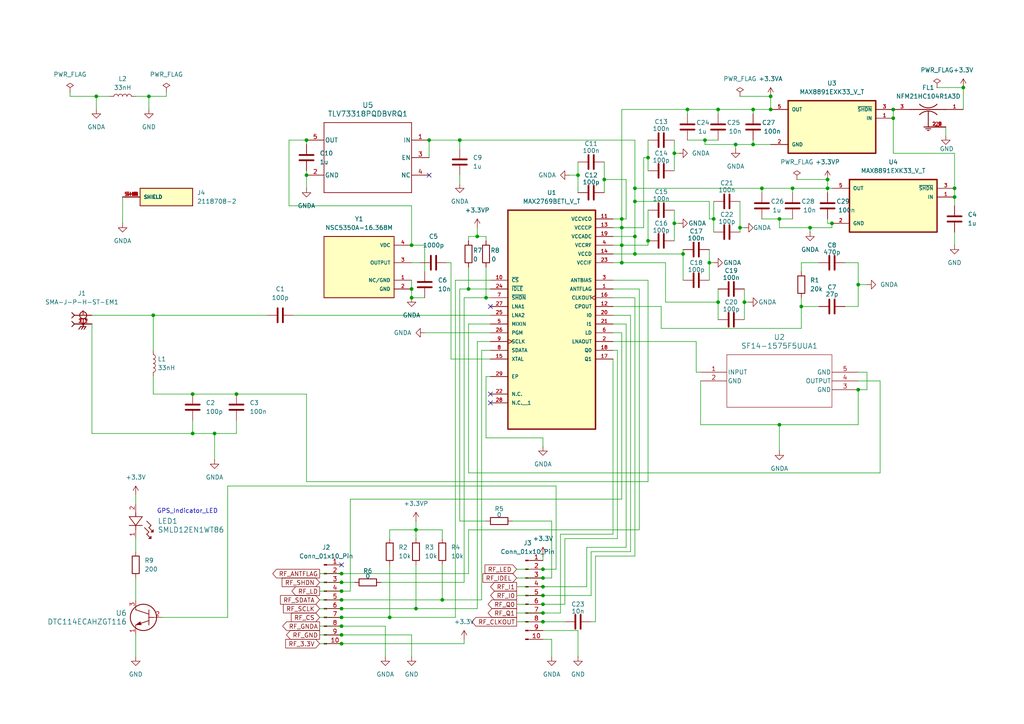
<source format=kicad_sch>
(kicad_sch (version 20250114) (generator "eeschema") (generator_version "9.0")
  (paper "A4")
  (title_block (title "GPS FrontEnd") (date "2025-09-09") (rev "Ver.1.0") (company "ISHI-Kai"))
  (text "GPS_Indicator_LED" (at 54.356 148.336 0) (effects (font (size 1.27 1.27))))
  (junction (at 215.9 87.63))
  (junction (at 279.4 25.4))
  (junction (at 157.48 170.18))
  (junction (at 119.38 71.12))
  (junction (at 55.88 125.73))
  (junction (at 207.01 63.5))
  (junction (at 99.06 168.91))
  (junction (at 99.06 186.69))
  (junction (at 138.43 68.58))
  (junction (at 276.86 57.15))
  (junction (at 232.41 88.9))
  (junction (at 180.34 63.5))
  (junction (at 140.97 86.36))
  (junction (at 226.06 123.19))
  (junction (at 218.44 31.75))
  (junction (at 180.34 76.2))
  (junction (at 133.35 40.64))
  (junction (at 157.48 180.34))
  (junction (at 240.03 52.07))
  (junction (at 99.06 166.37))
  (junction (at 120.65 176.53))
  (junction (at 99.06 176.53))
  (junction (at 128.27 173.99))
  (junction (at 220.98 54.61))
  (junction (at 184.15 54.61))
  (junction (at 180.34 71.12))
  (junction (at 240.03 54.61))
  (junction (at 44.45 91.44))
  (junction (at 99.06 179.07))
  (junction (at 198.12 73.66))
  (junction (at 195.58 44.45))
  (junction (at 135.89 83.82))
  (junction (at 259.08 31.75))
  (junction (at 55.88 114.3))
  (junction (at 113.03 179.07))
  (junction (at 99.06 171.45))
  (junction (at 208.28 31.75))
  (junction (at 88.9 50.8))
  (junction (at 184.15 73.66))
  (junction (at 68.58 114.3))
  (junction (at 234.95 66.04))
  (junction (at 184.15 58.42))
  (junction (at 187.96 69.85))
  (junction (at 157.48 172.72))
  (junction (at 229.87 54.61))
  (junction (at 157.48 175.26))
  (junction (at 223.52 27.94))
  (junction (at 119.38 86.36))
  (junction (at 276.86 54.61))
  (junction (at 259.08 34.29))
  (junction (at 157.48 177.8))
  (junction (at 205.74 76.2))
  (junction (at 208.28 87.63))
  (junction (at 248.92 113.03))
  (junction (at 241.3 64.77))
  (junction (at 99.06 173.99))
  (junction (at 214.63 66.04))
  (junction (at 119.38 83.82))
  (junction (at 27.94 27.94))
  (junction (at 43.18 27.94))
  (junction (at 99.06 181.61))
  (junction (at 175.26 52.07))
  (junction (at 248.92 82.55))
  (junction (at 223.52 31.75))
  (junction (at 120.65 153.67))
  (junction (at 199.39 31.75))
  (junction (at 180.34 66.04))
  (junction (at 157.48 165.1))
  (junction (at 88.9 40.64))
  (junction (at 187.96 45.72))
  (junction (at 124.46 40.64))
  (junction (at 218.44 41.91))
  (junction (at 99.06 184.15))
  (junction (at 157.48 167.64))
  (junction (at 213.36 41.91))
  (junction (at 204.47 40.64))
  (junction (at 62.23 125.73))
  (junction (at 184.15 68.58))
  (junction (at 195.58 64.77))
  (junction (at 226.06 63.5))
  (junction (at 167.64 50.8))
  (no_connect (at 142.24 114.3))
  (no_connect (at 142.24 116.84))
  (no_connect (at 142.24 88.9))
  (no_connect (at 99.06 163.83))
  (no_connect (at 124.46 50.8))
  (wire (pts (xy 43.18 27.94) (xy 43.18 31.75)))
  (wire (pts (xy 232.41 88.9) (xy 232.41 95.25)))
  (wire (pts (xy 223.52 27.94) (xy 223.52 31.75)))
  (wire (pts (xy 215.9 87.63) (xy 217.17 87.63)))
  (wire (pts (xy 39.37 184.15) (xy 39.37 190.5)))
  (wire (pts (xy 55.88 114.3) (xy 68.58 114.3)))
  (wire (pts (xy 232.41 88.9) (xy 237.49 88.9)))
  (wire (pts (xy 39.37 156.21) (xy 39.37 160.02)))
  (wire (pts (xy 157.48 177.8) (xy 162.56 177.8)))
  (wire (pts (xy 229.87 54.61) (xy 240.03 54.61)))
  (wire (pts (xy 88.9 139.7) (xy 88.9 114.3)))
  (wire (pts (xy 142.24 101.6) (xy 139.7 101.6)))
  (wire (pts (xy 121.92 76.2) (xy 119.38 76.2)))
  (wire (pts (xy 26.67 125.73) (xy 55.88 125.73)))
  (wire (pts (xy 92.71 168.91) (xy 99.06 168.91)))
  (wire (pts (xy 232.41 78.74) (xy 232.41 76.2)))
  (wire (pts (xy 274.32 36.83) (xy 274.32 39.37)))
  (wire (pts (xy 199.39 31.75) (xy 199.39 33.02)))
  (wire (pts (xy 184.15 40.64) (xy 184.15 54.61)))
  (wire (pts (xy 191.77 88.9) (xy 191.77 95.25)))
  (wire (pts (xy 55.88 125.73) (xy 55.88 121.92)))
  (wire (pts (xy 179.07 156.21) (xy 163.83 156.21)))
  (wire (pts (xy 175.26 52.07) (xy 175.26 55.88)))
  (wire (pts (xy 26.67 93.98) (xy 26.67 125.73)))
  (wire (pts (xy 213.36 41.91) (xy 213.36 43.18)))
  (wire (pts (xy 124.46 40.64) (xy 133.35 40.64)))
  (wire (pts (xy 207.01 58.42) (xy 207.01 63.5)))
  (wire (pts (xy 138.43 68.58) (xy 140.97 68.58)))
  (wire (pts (xy 113.03 163.83) (xy 113.03 179.07)))
  (wire (pts (xy 132.08 81.28) (xy 132.08 179.07)))
  (wire (pts (xy 157.48 165.1) (xy 161.29 165.1)))
  (wire (pts (xy 92.71 184.15) (xy 99.06 184.15)))
  (wire (pts (xy 88.9 114.3) (xy 68.58 114.3)))
  (wire (pts (xy 120.65 153.67) (xy 128.27 153.67)))
  (wire (pts (xy 88.9 49.53) (xy 88.9 50.8)))
  (wire (pts (xy 177.8 76.2) (xy 180.34 76.2)))
  (wire (pts (xy 198.12 73.66) (xy 198.12 81.28)))
  (wire (pts (xy 205.74 76.2) (xy 205.74 81.28)))
  (wire (pts (xy 92.71 179.07) (xy 99.06 179.07)))
  (wire (pts (xy 171.45 160.02) (xy 171.45 172.72)))
  (wire (pts (xy 149.86 167.64) (xy 157.48 167.64)))
  (wire (pts (xy 218.44 41.91) (xy 213.36 41.91)))
  (wire (pts (xy 142.24 99.06) (xy 138.43 99.06)))
  (wire (pts (xy 186.69 45.72) (xy 187.96 45.72)))
  (wire (pts (xy 240.03 52.07) (xy 240.03 54.61)))
  (wire (pts (xy 134.62 86.36) (xy 134.62 168.91)))
  (wire (pts (xy 226.06 123.19) (xy 203.2 123.19)))
  (wire (pts (xy 187.96 139.7) (xy 88.9 139.7)))
  (wire (pts (xy 134.62 168.91) (xy 110.49 168.91)))
  (wire (pts (xy 123.19 71.12) (xy 119.38 71.12)))
  (wire (pts (xy 180.34 71.12) (xy 187.96 71.12)))
  (wire (pts (xy 195.58 64.77) (xy 195.58 69.85)))
  (wire (pts (xy 259.08 44.45) (xy 259.08 34.29)))
  (wire (pts (xy 92.71 166.37) (xy 99.06 166.37)))
  (wire (pts (xy 165.1 50.8) (xy 167.64 50.8)))
  (wire (pts (xy 181.61 158.75) (xy 170.18 158.75)))
  (wire (pts (xy 120.65 151.13) (xy 120.65 153.67)))
  (wire (pts (xy 149.86 180.34) (xy 157.48 180.34)))
  (wire (pts (xy 92.71 171.45) (xy 99.06 171.45)))
  (wire (pts (xy 248.92 82.55) (xy 248.92 88.9)))
  (wire (pts (xy 248.92 113.03) (xy 248.92 123.19)))
  (wire (pts (xy 135.89 69.85) (xy 135.89 68.58)))
  (wire (pts (xy 208.28 31.75) (xy 208.28 33.02)))
  (wire (pts (xy 177.8 63.5) (xy 180.34 63.5)))
  (wire (pts (xy 139.7 101.6) (xy 139.7 173.99)))
  (wire (pts (xy 259.08 31.75) (xy 259.08 34.29)))
  (wire (pts (xy 184.15 54.61) (xy 220.98 54.61)))
  (wire (pts (xy 135.89 68.58) (xy 138.43 68.58)))
  (wire (pts (xy 135.89 166.37) (xy 135.89 153.67)))
  (wire (pts (xy 187.96 71.12) (xy 187.96 69.85)))
  (wire (pts (xy 163.83 156.21) (xy 163.83 175.26)))
  (wire (pts (xy 92.71 181.61) (xy 99.06 181.61)))
  (wire (pts (xy 85.09 91.44) (xy 142.24 91.44)))
  (wire (pts (xy 187.96 60.96) (xy 187.96 69.85)))
  (wire (pts (xy 157.48 185.42) (xy 160.02 185.42)))
  (wire (pts (xy 160.02 185.42) (xy 160.02 190.5)))
  (wire (pts (xy 214.63 27.94) (xy 223.52 27.94)))
  (wire (pts (xy 119.38 86.36) (xy 123.19 86.36)))
  (wire (pts (xy 149.86 175.26) (xy 157.48 175.26)))
  (wire (pts (xy 101.6 144.78) (xy 101.6 171.45)))
  (wire (pts (xy 157.48 172.72) (xy 171.45 172.72)))
  (wire (pts (xy 218.44 41.91) (xy 223.52 41.91)))
  (wire (pts (xy 201.93 107.95) (xy 201.93 99.06)))
  (wire (pts (xy 101.6 144.78) (xy 180.34 144.78)))
  (wire (pts (xy 241.3 66.04) (xy 234.95 66.04)))
  (wire (pts (xy 204.47 41.91) (xy 204.47 40.64)))
  (wire (pts (xy 120.65 176.53) (xy 138.43 176.53)))
  (wire (pts (xy 226.06 63.5) (xy 229.87 63.5)))
  (wire (pts (xy 180.34 31.75) (xy 180.34 63.5)))
  (wire (pts (xy 181.61 63.5) (xy 181.61 52.07)))
  (wire (pts (xy 198.12 72.39) (xy 198.12 73.66)))
  (wire (pts (xy 133.35 40.64) (xy 133.35 43.18)))
  (wire (pts (xy 66.04 179.07) (xy 66.04 140.97)))
  (wire (pts (xy 208.28 31.75) (xy 218.44 31.75)))
  (wire (pts (xy 39.37 143.51) (xy 39.37 146.05)))
  (wire (pts (xy 133.35 50.8) (xy 133.35 53.34)))
  (wire (pts (xy 99.06 166.37) (xy 135.89 166.37)))
  (wire (pts (xy 248.92 107.95) (xy 251.46 107.95)))
  (wire (pts (xy 119.38 184.15) (xy 119.38 190.5)))
  (wire (pts (xy 184.15 58.42) (xy 184.15 68.58)))
  (wire (pts (xy 134.62 186.69) (xy 134.62 185.42)))
  (wire (pts (xy 133.35 40.64) (xy 184.15 40.64)))
  (wire (pts (xy 195.58 44.45) (xy 195.58 49.53)))
  (wire (pts (xy 135.89 77.47) (xy 135.89 83.82)))
  (wire (pts (xy 245.11 76.2) (xy 248.92 76.2)))
  (wire (pts (xy 124.46 40.64) (xy 124.46 45.72)))
  (wire (pts (xy 138.43 66.04) (xy 138.43 68.58)))
  (wire (pts (xy 172.72 180.34) (xy 171.45 180.34)))
  (wire (pts (xy 133.35 83.82) (xy 133.35 151.13)))
  (wire (pts (xy 271.78 25.4) (xy 279.4 25.4)))
  (wire (pts (xy 229.87 54.61) (xy 229.87 55.88)))
  (wire (pts (xy 205.74 63.5) (xy 205.74 58.42)))
  (wire (pts (xy 170.18 158.75) (xy 170.18 170.18)))
  (wire (pts (xy 101.6 171.45) (xy 99.06 171.45)))
  (wire (pts (xy 162.56 154.94) (xy 162.56 177.8)))
  (wire (pts (xy 113.03 156.21) (xy 113.03 153.67)))
  (wire (pts (xy 231.14 52.07) (xy 240.03 52.07)))
  (wire (pts (xy 220.98 54.61) (xy 229.87 54.61)))
  (wire (pts (xy 181.61 93.98) (xy 181.61 158.75)))
  (wire (pts (xy 161.29 140.97) (xy 161.29 165.1)))
  (wire (pts (xy 248.92 110.49) (xy 255.27 110.49)))
  (wire (pts (xy 201.93 107.95) (xy 203.2 107.95)))
  (wire (pts (xy 135.89 153.67) (xy 185.42 153.67)))
  (wire (pts (xy 226.06 66.04) (xy 226.06 63.5)))
  (wire (pts (xy 279.4 25.4) (xy 279.4 31.75)))
  (wire (pts (xy 88.9 40.64) (xy 83.82 40.64)))
  (wire (pts (xy 180.34 71.12) (xy 180.34 66.04)))
  (wire (pts (xy 140.97 127) (xy 157.48 127)))
  (wire (pts (xy 255.27 110.49) (xy 255.27 137.16)))
  (wire (pts (xy 149.86 170.18) (xy 157.48 170.18)))
  (wire (pts (xy 172.72 161.29) (xy 172.72 180.34)))
  (wire (pts (xy 215.9 87.63) (xy 215.9 92.71)))
  (wire (pts (xy 240.03 63.5) (xy 240.03 64.77)))
  (wire (pts (xy 187.96 45.72) (xy 187.96 49.53)))
  (wire (pts (xy 175.26 46.99) (xy 175.26 52.07)))
  (wire (pts (xy 186.69 66.04) (xy 186.69 45.72)))
  (wire (pts (xy 201.93 99.06) (xy 177.8 99.06)))
  (wire (pts (xy 157.48 127) (xy 157.48 129.54)))
  (wire (pts (xy 142.24 86.36) (xy 140.97 86.36)))
  (wire (pts (xy 214.63 66.04) (xy 214.63 67.31)))
  (wire (pts (xy 113.03 153.67) (xy 120.65 153.67)))
  (wire (pts (xy 195.58 64.77) (xy 196.85 64.77)))
  (wire (pts (xy 132.08 179.07) (xy 113.03 179.07)))
  (wire (pts (xy 167.64 50.8) (xy 167.64 55.88)))
  (wire (pts (xy 99.06 179.07) (xy 113.03 179.07)))
  (wire (pts (xy 68.58 125.73) (xy 62.23 125.73)))
  (wire (pts (xy 184.15 161.29) (xy 172.72 161.29)))
  (wire (pts (xy 182.88 160.02) (xy 171.45 160.02)))
  (wire (pts (xy 88.9 50.8) (xy 88.9 54.61)))
  (wire (pts (xy 177.8 88.9) (xy 191.77 88.9)))
  (wire (pts (xy 240.03 54.61) (xy 240.03 55.88)))
  (wire (pts (xy 276.86 54.61) (xy 276.86 44.45)))
  (wire (pts (xy 92.71 173.99) (xy 99.06 173.99)))
  (wire (pts (xy 187.96 40.64) (xy 187.96 45.72)))
  (wire (pts (xy 232.41 76.2) (xy 237.49 76.2)))
  (wire (pts (xy 204.47 40.64) (xy 208.28 40.64)))
  (wire (pts (xy 31.75 27.94) (xy 27.94 27.94)))
  (wire (pts (xy 177.8 81.28) (xy 187.96 81.28)))
  (wire (pts (xy 149.86 177.8) (xy 157.48 177.8)))
  (wire (pts (xy 187.96 81.28) (xy 187.96 139.7)))
  (wire (pts (xy 205.74 76.2) (xy 207.01 76.2)))
  (wire (pts (xy 232.41 86.36) (xy 232.41 88.9)))
  (wire (pts (xy 133.35 151.13) (xy 140.97 151.13)))
  (wire (pts (xy 205.74 63.5) (xy 207.01 63.5)))
  (wire (pts (xy 142.24 109.22) (xy 140.97 109.22)))
  (wire (pts (xy 203.2 123.19) (xy 203.2 110.49)))
  (wire (pts (xy 149.86 172.72) (xy 157.48 172.72)))
  (wire (pts (xy 20.32 27.94) (xy 27.94 27.94)))
  (wire (pts (xy 248.92 76.2) (xy 248.92 82.55)))
  (wire (pts (xy 123.19 78.74) (xy 123.19 71.12)))
  (wire (pts (xy 39.37 27.94) (xy 43.18 27.94)))
  (wire (pts (xy 184.15 86.36) (xy 184.15 161.29)))
  (wire (pts (xy 177.8 93.98) (xy 181.61 93.98)))
  (wire (pts (xy 248.92 82.55) (xy 251.46 82.55)))
  (wire (pts (xy 177.8 68.58) (xy 184.15 68.58)))
  (wire (pts (xy 177.8 83.82) (xy 185.42 83.82)))
  (wire (pts (xy 208.28 87.63) (xy 208.28 92.71)))
  (wire (pts (xy 35.56 57.15) (xy 35.56 64.77)))
  (wire (pts (xy 193.04 76.2) (xy 193.04 87.63)))
  (wire (pts (xy 99.06 184.15) (xy 119.38 184.15)))
  (wire (pts (xy 160.02 167.64) (xy 157.48 167.64)))
  (wire (pts (xy 62.23 125.73) (xy 62.23 133.35)))
  (wire (pts (xy 99.06 173.99) (xy 128.27 173.99)))
  (wire (pts (xy 120.65 163.83) (xy 120.65 176.53)))
  (wire (pts (xy 180.34 71.12) (xy 180.34 76.2)))
  (wire (pts (xy 180.34 66.04) (xy 186.69 66.04)))
  (wire (pts (xy 185.42 83.82) (xy 185.42 153.67)))
  (wire (pts (xy 276.86 54.61) (xy 276.86 57.15)))
  (wire (pts (xy 214.63 66.04) (xy 215.9 66.04)))
  (wire (pts (xy 48.26 26.67) (xy 48.26 27.94)))
  (wire (pts (xy 215.9 83.82) (xy 215.9 87.63)))
  (wire (pts (xy 182.88 91.44) (xy 182.88 160.02)))
  (wire (pts (xy 180.34 96.52) (xy 180.34 144.78)))
  (wire (pts (xy 205.74 72.39) (xy 205.74 76.2)))
  (wire (pts (xy 149.86 165.1) (xy 157.48 165.1)))
  (wire (pts (xy 135.89 93.98) (xy 142.24 93.98)))
  (wire (pts (xy 180.34 31.75) (xy 199.39 31.75)))
  (wire (pts (xy 177.8 154.94) (xy 162.56 154.94)))
  (wire (pts (xy 140.97 86.36) (xy 134.62 86.36)))
  (wire (pts (xy 199.39 31.75) (xy 208.28 31.75)))
  (wire (pts (xy 83.82 40.64) (xy 83.82 59.69)))
  (wire (pts (xy 180.34 63.5) (xy 181.61 63.5)))
  (wire (pts (xy 177.8 96.52) (xy 180.34 96.52)))
  (wire (pts (xy 44.45 114.3) (xy 55.88 114.3)))
  (wire (pts (xy 128.27 163.83) (xy 128.27 173.99)))
  (wire (pts (xy 44.45 109.22) (xy 44.45 114.3)))
  (wire (pts (xy 276.86 67.31) (xy 276.86 71.12)))
  (wire (pts (xy 177.8 66.04) (xy 180.34 66.04)))
  (wire (pts (xy 26.67 91.44) (xy 44.45 91.44)))
  (wire (pts (xy 234.95 66.04) (xy 234.95 67.31)))
  (wire (pts (xy 138.43 99.06) (xy 138.43 176.53)))
  (wire (pts (xy 48.26 27.94) (xy 43.18 27.94)))
  (wire (pts (xy 177.8 104.14) (xy 177.8 154.94)))
  (wire (pts (xy 240.03 64.77) (xy 241.3 64.77)))
  (wire (pts (xy 213.36 41.91) (xy 204.47 41.91)))
  (wire (pts (xy 140.97 77.47) (xy 140.97 86.36)))
  (wire (pts (xy 226.06 123.19) (xy 226.06 130.81)))
  (wire (pts (xy 195.58 44.45) (xy 196.85 44.45)))
  (wire (pts (xy 92.71 176.53) (xy 99.06 176.53)))
  (wire (pts (xy 157.48 175.26) (xy 163.83 175.26)))
  (wire (pts (xy 148.59 151.13) (xy 160.02 151.13)))
  (wire (pts (xy 140.97 68.58) (xy 140.97 69.85)))
  (wire (pts (xy 157.48 182.88) (xy 167.64 182.88)))
  (wire (pts (xy 195.58 40.64) (xy 195.58 44.45)))
  (wire (pts (xy 180.34 63.5) (xy 180.34 66.04)))
  (wire (pts (xy 167.64 46.99) (xy 167.64 50.8)))
  (wire (pts (xy 177.8 101.6) (xy 179.07 101.6)))
  (wire (pts (xy 276.86 44.45) (xy 259.08 44.45)))
  (wire (pts (xy 245.11 88.9) (xy 248.92 88.9)))
  (wire (pts (xy 248.92 113.03) (xy 251.46 113.03)))
  (wire (pts (xy 240.03 54.61) (xy 241.3 54.61)))
  (wire (pts (xy 276.86 57.15) (xy 276.86 59.69)))
  (wire (pts (xy 199.39 40.64) (xy 204.47 40.64)))
  (wire (pts (xy 177.8 86.36) (xy 184.15 86.36)))
  (wire (pts (xy 128.27 153.67) (xy 128.27 156.21)))
  (wire (pts (xy 195.58 60.96) (xy 195.58 64.77)))
  (wire (pts (xy 88.9 40.64) (xy 88.9 41.91)))
  (wire (pts (xy 157.48 161.29) (xy 157.48 162.56)))
  (wire (pts (xy 191.77 95.25) (xy 232.41 95.25)))
  (wire (pts (xy 44.45 91.44) (xy 44.45 101.6)))
  (wire (pts (xy 99.06 168.91) (xy 102.87 168.91)))
  (wire (pts (xy 167.64 182.88) (xy 167.64 190.5)))
  (wire (pts (xy 135.89 137.16) (xy 135.89 93.98)))
  (wire (pts (xy 119.38 59.69) (xy 83.82 59.69)))
  (wire (pts (xy 181.61 52.07) (xy 175.26 52.07)))
  (wire (pts (xy 177.8 91.44) (xy 182.88 91.44)))
  (wire (pts (xy 62.23 125.73) (xy 55.88 125.73)))
  (wire (pts (xy 99.06 176.53) (xy 120.65 176.53)))
  (wire (pts (xy 142.24 83.82) (xy 135.89 83.82)))
  (wire (pts (xy 177.8 73.66) (xy 184.15 73.66)))
  (wire (pts (xy 214.63 58.42) (xy 214.63 66.04)))
  (wire (pts (xy 193.04 87.63) (xy 208.28 87.63)))
  (wire (pts (xy 251.46 107.95) (xy 251.46 113.03)))
  (wire (pts (xy 128.27 173.99) (xy 139.7 173.99)))
  (wire (pts (xy 120.65 153.67) (xy 120.65 156.21)))
  (wire (pts (xy 119.38 71.12) (xy 119.38 59.69)))
  (wire (pts (xy 184.15 54.61) (xy 184.15 58.42)))
  (wire (pts (xy 220.98 63.5) (xy 226.06 63.5)))
  (wire (pts (xy 255.27 137.16) (xy 135.89 137.16)))
  (wire (pts (xy 66.04 140.97) (xy 161.29 140.97)))
  (wire (pts (xy 180.34 76.2) (xy 193.04 76.2)))
  (wire (pts (xy 177.8 71.12) (xy 180.34 71.12)))
  (wire (pts (xy 160.02 151.13) (xy 160.02 167.64)))
  (wire (pts (xy 184.15 58.42) (xy 205.74 58.42)))
  (wire (pts (xy 157.48 180.34) (xy 163.83 180.34)))
  (wire (pts (xy 184.15 73.66) (xy 198.12 73.66)))
  (wire (pts (xy 241.3 64.77) (xy 241.3 66.04)))
  (wire (pts (xy 27.94 27.94) (xy 27.94 31.75)))
  (wire (pts (xy 248.92 123.19) (xy 226.06 123.19)))
  (wire (pts (xy 46.99 179.07) (xy 66.04 179.07)))
  (wire (pts (xy 140.97 109.22) (xy 140.97 127)))
  (wire (pts (xy 130.81 76.2) (xy 129.54 76.2)))
  (wire (pts (xy 218.44 31.75) (xy 218.44 33.02)))
  (wire (pts (xy 39.37 167.64) (xy 39.37 173.99)))
  (wire (pts (xy 130.81 76.2) (xy 130.81 104.14)))
  (wire (pts (xy 179.07 101.6) (xy 179.07 156.21)))
  (wire (pts (xy 130.81 104.14) (xy 142.24 104.14)))
  (wire (pts (xy 207.01 63.5) (xy 207.01 67.31)))
  (wire (pts (xy 184.15 68.58) (xy 184.15 73.66)))
  (wire (pts (xy 99.06 181.61) (xy 111.76 181.61)))
  (wire (pts (xy 123.19 96.52) (xy 142.24 96.52)))
  (wire (pts (xy 220.98 54.61) (xy 220.98 55.88)))
  (wire (pts (xy 20.32 26.67) (xy 20.32 27.94)))
  (wire (pts (xy 142.24 81.28) (xy 132.08 81.28)))
  (wire (pts (xy 44.45 91.44) (xy 77.47 91.44)))
  (wire (pts (xy 99.06 186.69) (xy 134.62 186.69)))
  (wire (pts (xy 111.76 181.61) (xy 111.76 190.5)))
  (wire (pts (xy 218.44 31.75) (xy 223.52 31.75)))
  (wire (pts (xy 68.58 121.92) (xy 68.58 125.73)))
  (wire (pts (xy 119.38 81.28) (xy 119.38 83.82)))
  (wire (pts (xy 157.48 170.18) (xy 170.18 170.18)))
  (wire (pts (xy 234.95 66.04) (xy 226.06 66.04)))
  (wire (pts (xy 92.71 186.69) (xy 99.06 186.69)))
  (wire (pts (xy 218.44 40.64) (xy 218.44 41.91)))
  (wire (pts (xy 119.38 83.82) (xy 119.38 86.36)))
  (wire (pts (xy 135.89 83.82) (xy 133.35 83.82)))
  (wire (pts (xy 208.28 83.82) (xy 208.28 87.63)))
  (global_label "RF_SHDN" (shape input) (at 92.71 168.91 180) (property "Intersheetrefs" "${INTERSHEET_REFS}" (effects (hide yes))))
  (global_label "RF_CLKOUT" (shape output) (at 149.86 180.34 180) (property "Intersheetrefs" "${INTERSHEET_REFS}" (effects (hide yes))))
  (global_label "RF_LD" (shape output) (at 92.71 171.45 180) (property "Intersheetrefs" "${INTERSHEET_REFS}" (effects (hide yes))))
  (global_label "RF_I0" (shape output) (at 149.86 172.72 180) (property "Intersheetrefs" "${INTERSHEET_REFS}" (effects (hide yes))))
  (global_label "RF_Q1" (shape output) (at 149.86 177.8 180) (property "Intersheetrefs" "${INTERSHEET_REFS}" (effects (hide yes))))
  (global_label "RF_IDEL" (shape input) (at 149.86 167.64 180) (property "Intersheetrefs" "${INTERSHEET_REFS}" (effects (hide yes))))
  (global_label "RF_SDATA" (shape input) (at 92.71 173.99 180) (property "Intersheetrefs" "${INTERSHEET_REFS}" (effects (hide yes))))
  (global_label "RF_I1" (shape output) (at 149.86 170.18 180) (property "Intersheetrefs" "${INTERSHEET_REFS}" (effects (hide yes))))
  (global_label "RF_GND" (shape output) (at 92.71 184.15 180) (property "Intersheetrefs" "${INTERSHEET_REFS}" (effects (hide yes))))
  (global_label "RF_ANTFLAG" (shape output) (at 92.71 166.37 180) (property "Intersheetrefs" "${INTERSHEET_REFS}" (effects (hide yes))))
  (global_label "RF_SCLK" (shape input) (at 92.71 176.53 180) (property "Intersheetrefs" "${INTERSHEET_REFS}" (effects (hide yes))))
  (global_label "RF_GNDA" (shape output) (at 92.71 181.61 180) (property "Intersheetrefs" "${INTERSHEET_REFS}" (effects (hide yes))))
  (global_label "RF_Q0" (shape output) (at 149.86 175.26 180) (property "Intersheetrefs" "${INTERSHEET_REFS}" (effects (hide yes))))
  (global_label "RF_CS" (shape input) (at 92.71 179.07 180) (property "Intersheetrefs" "${INTERSHEET_REFS}" (effects (hide yes))))
  (global_label "RF_LED" (shape input) (at 149.86 165.1 180) (property "Intersheetrefs" "${INTERSHEET_REFS}" (effects (hide yes))))
  (global_label "RF_3.3V" (shape input) (at 92.71 186.69 180) (property "Intersheetrefs" "${INTERSHEET_REFS}" (effects (hide yes))))
  (symbol (lib_id "power:+3.3VP") (at 120.65 151.13 0) (unit 1)
    (property "Reference" "#PWR025" (effects (hide yes)))
    (property "Value" "+3.3VP" (at 120.65 146.05 0))
    (property "Description" "Power symbol creates a global label with name \"+3.3VP\"" (effects (hide yes)))
  )
  (symbol (lib_id "SMA-J-P-H-ST-EM1:SMA-J-P-H-ST-EM1") (at 24.13 93.98 0) (unit 1)
    (property "Reference" "J1" (at 23.749 85.09 0))
    (property "Value" "SMA-J-P-H-ST-EM1" (at 23.749 87.63 0))
    (property "Footprint" "GPS_FrontEnd:SAMTEC_SMA-J-P-H-ST-EM1" (effects (hide yes)))
    (property "PARTREV" "G" (effects (hide yes)))
    (property "MANUFACTURER" "Samtec" (effects (hide yes)))
    (property "MAXIMUM_PACKAGE_HEIGHT" "3.675mm" (effects (hide yes)))
    (property "STANDARD" "Manufacturer Recommendations" (effects (hide yes)))
  )
  (symbol (lib_id "Device:R") (at 106.68 168.91 90) (unit 1)
    (property "Reference" "R6" (at 106.68 165.608 90))
    (property "Value" "0" (at 106.68 167.132 90))
    (property "Footprint" "Resistor_SMD:R_0603_1608Metric" (effects (hide yes)))
    (property "Description" "Resistor" (effects (hide yes)))
  )
  (symbol (lib_id "Device:C") (at 208.28 36.83 0) (unit 1)
    (property "Reference" "C25" (at 210.82 35.56 0) (effects (justify left)))
    (property "Value" "10n" (at 211.328 38.1 0) (effects (justify left)))
    (property "Footprint" "Capacitor_SMD:C_0603_1608Metric" (effects (hide yes)))
    (property "Description" "Unpolarized capacitor" (effects (hide yes)))
  )
  (symbol (lib_id "Device:C") (at 220.98 59.69 0) (unit 1)
    (property "Reference" "C26" (at 223.52 58.42 0) (effects (justify left)))
    (property "Value" "1u" (at 224.028 60.96 0) (effects (justify left)))
    (property "Footprint" "Capacitor_SMD:C_0603_1608Metric" (effects (hide yes)))
    (property "Description" "Unpolarized capacitor" (effects (hide yes)))
  )
  (symbol (lib_id "Device:L") (at 35.56 27.94 90) (unit 1)
    (property "Reference" "L2" (at 35.56 22.86 90))
    (property "Value" "33nH" (at 35.56 25.4 90))
    (property "Footprint" "Inductor_SMD:L_0603_1608Metric" (effects (hide yes)))
    (property "Description" "Inductor" (effects (hide yes)))
  )
  (symbol (lib_id "DTC114ECAHZGT116:DTC114ECAHZGT116") (at 46.99 179.07 0) (mirror y) (unit 1)
    (property "Reference" "U6" (at 36.83 177.7999 0) (effects (font (size 1.524 1.524)) (justify left)))
    (property "Value" "DTC114ECAHZGT116" (at 36.83 180.3399 0) (effects (font (size 1.524 1.524)) (justify left)))
    (property "Footprint" "GPS_FrontEnd:TRANS_DTCZCAHZGT_ROM" (effects (hide yes)))
    (property "Datasheet" "DTC114ECAHZGT116" (effects (hide yes)))
  )
  (symbol (lib_id "Device:C") (at 201.93 81.28 270) (mirror x) (unit 1)
    (property "Reference" "C18" (at 201.93 76.2 90))
    (property "Value" "100p" (at 201.93 78.232 90))
    (property "Footprint" "Capacitor_SMD:C_0603_1608Metric" (effects (hide yes)))
    (property "Description" "Unpolarized capacitor" (effects (hide yes)))
  )
  (symbol (lib_id "Device:C") (at 55.88 118.11 0) (unit 1)
    (property "Reference" "C2" (at 59.69 116.8399 0) (effects (justify left)))
    (property "Value" "100p" (at 59.69 119.3799 0) (effects (justify left)))
    (property "Footprint" "Capacitor_SMD:C_0603_1608Metric" (effects (hide yes)))
    (property "Description" "Unpolarized capacitor" (effects (hide yes)))
  )
  (symbol (lib_id "Device:L") (at 44.45 105.41 0) (unit 1)
    (property "Reference" "L1" (at 45.72 104.1399 0) (effects (justify left)))
    (property "Value" "33nH" (at 45.72 106.6799 0) (effects (justify left)))
    (property "Footprint" "Inductor_SMD:L_0603_1608Metric" (effects (hide yes)))
    (property "Description" "Inductor" (effects (hide yes)))
  )
  (symbol (lib_id "power:GNDA") (at 133.35 53.34 0) (unit 1)
    (property "Reference" "#PWR012" (effects (hide yes)))
    (property "Value" "GNDA" (at 133.35 58.42 0))
    (property "Description" "Power symbol creates a global label with name \"GNDA\" , analog ground" (effects (hide yes)))
  )
  (symbol (lib_id "Device:C") (at 171.45 46.99 90) (unit 1)
    (property "Reference" "C11" (at 171.45 41.656 90))
    (property "Value" "100n" (at 171.45 43.688 90))
    (property "Footprint" "Capacitor_SMD:C_0603_1608Metric" (effects (hide yes)))
    (property "Description" "Unpolarized capacitor" (effects (hide yes)))
  )
  (symbol (lib_id "Device:C") (at 191.77 60.96 90) (unit 1)
    (property "Reference" "C15" (at 191.77 55.626 90))
    (property "Value" "100n" (at 191.77 57.658 90))
    (property "Footprint" "Capacitor_SMD:C_0603_1608Metric" (effects (hide yes)))
    (property "Description" "Unpolarized capacitor" (effects (hide yes)))
  )
  (symbol (lib_id "power:GNDA") (at 123.19 96.52 270) (unit 1)
    (property "Reference" "#PWR023" (effects (hide yes)))
    (property "Value" "GNDA" (at 119.38 96.5199 90) (effects (justify right)))
    (property "Description" "Power symbol creates a global label with name \"GNDA\" , analog ground" (effects (hide yes)))
  )
  (symbol (lib_id "Device:R") (at 113.03 160.02 0) (unit 1)
    (property "Reference" "R2" (at 115.57 158.7499 0) (effects (justify left)))
    (property "Value" "10k" (at 115.57 161.2899 0) (effects (justify left)))
    (property "Footprint" "Resistor_SMD:R_0603_1608Metric" (effects (hide yes)))
    (property "Description" "Resistor" (effects (hide yes)))
  )
  (symbol (lib_id "Device:C") (at 167.64 180.34 90) (unit 1)
    (property "Reference" "C23" (at 167.64 175.26 90))
    (property "Value" "10n" (at 167.64 177.292 90))
    (property "Footprint" "Capacitor_SMD:C_0603_1608Metric" (effects (hide yes)))
    (property "Description" "Unpolarized capacitor" (effects (hide yes)))
  )
  (symbol (lib_id "Device:C") (at 240.03 59.69 0) (unit 1)
    (property "Reference" "C29" (at 242.57 58.42 0) (effects (justify left)))
    (property "Value" "100n" (at 243.078 60.96 0) (effects (justify left)))
    (property "Footprint" "Capacitor_SMD:C_0603_1608Metric" (effects (hide yes)))
    (property "Description" "Unpolarized capacitor" (effects (hide yes)))
  )
  (symbol (lib_id "NFM21HC104R1A3D:NFM21HC104R1A3D") (at 269.24 31.75 0) (mirror y) (unit 1)
    (property "Reference" "FL1" (at 269.24 25.4 0))
    (property "Value" "NFM21HC104R1A3D" (at 269.24 27.94 0))
    (property "Footprint" "GPS_FrontEnd:FIL_NFM21HC104R1A3D" (effects (hide yes)))
    (property "MF" "Murata" (effects (hide yes)))
    (property "DESCRIPTION" "Feedthrough Capacitor" (effects (hide yes)))
    (property "PACKAGE" "0805 Murata" (effects (hide yes)))
    (property "PRICE" "None" (effects (hide yes)))
    (property "MP" "NFM21HC474R1A3D" (effects (hide yes)))
    (property "AVAILABILITY" "Unavailable" (effects (hide yes)))
  )
  (symbol (lib_id "Device:C") (at 199.39 36.83 0) (unit 1)
    (property "Reference" "C24" (at 201.93 35.56 0) (effects (justify left)))
    (property "Value" "1u" (at 202.438 38.1 0) (effects (justify left)))
    (property "Footprint" "Capacitor_SMD:C_0603_1608Metric" (effects (hide yes)))
    (property "Description" "Unpolarized capacitor" (effects (hide yes)))
  )
  (symbol (lib_id "power:GNDA") (at 234.95 67.31 0) (unit 1)
    (property "Reference" "#PWR05" (effects (hide yes)))
    (property "Value" "GNDA" (at 234.95 72.39 0))
    (property "Description" "Power symbol creates a global label with name \"GNDA\" , analog ground" (effects (hide yes)))
  )
  (symbol (lib_id "power:GND") (at 167.64 190.5 0) (unit 1)
    (property "Reference" "#PWR033" (effects (hide yes)))
    (property "Value" "GND" (at 167.64 195.58 0))
    (property "Description" "Power symbol creates a global label with name \"GND\" , ground" (effects (hide yes)))
  )
  (symbol (lib_id "power:GNDA") (at 35.56 64.77 0) (unit 1)
    (property "Reference" "#PWR031" (effects (hide yes)))
    (property "Value" "GNDA" (at 35.56 69.85 0))
    (property "Description" "Power symbol creates a global label with name \"GNDA\" , analog ground" (effects (hide yes)))
  )
  (symbol (lib_id "Device:C") (at 81.28 91.44 90) (unit 1)
    (property "Reference" "C1" (at 81.28 83.82 90))
    (property "Value" "100p" (at 81.28 86.36 90))
    (property "Footprint" "Capacitor_SMD:C_0603_1608Metric" (effects (hide yes)))
    (property "Description" "Unpolarized capacitor" (effects (hide yes)))
  )
  (symbol (lib_id "SMLD12EN1WT86:SMLD12EN1WT86") (at 39.37 146.05 270) (unit 1)
    (property "Reference" "LED1" (at 45.72 151.1299 90) (effects (font (size 1.524 1.524)) (justify left)))
    (property "Value" "SMLD12EN1WT86" (at 45.72 153.6699 90) (effects (font (size 1.524 1.524)) (justify left)))
    (property "Footprint" "GPS_FrontEnd:SMLD12EN1WT86" (effects (hide yes)))
    (property "Datasheet" "SMLD12EN1WT86" (effects (hide yes)))
  )
  (symbol (lib_id "Device:R") (at 144.78 151.13 90) (unit 1)
    (property "Reference" "R5" (at 144.78 147.574 90))
    (property "Value" "0" (at 144.78 149.352 90))
    (property "Footprint" "Resistor_SMD:R_0603_1608Metric" (effects (hide yes)))
    (property "Description" "Resistor" (effects (hide yes)))
  )
  (symbol (lib_id "Device:C") (at 241.3 76.2 90) (unit 1)
    (property "Reference" "C8" (at 241.3 71.12 90))
    (property "Value" "470p" (at 241.3 73.152 90))
    (property "Footprint" "GPS_FrontEnd:C_0505_1313Metric" (effects (hide yes)))
    (property "Description" "Unpolarized capacitor" (effects (hide yes)))
  )
  (symbol (lib_id "TLV73318PQDBVRQ1:TLV73318PQDBVRQ1") (at 106.68 45.72 0) (mirror y) (unit 1)
    (property "Reference" "U5" (at 106.68 30.48 0) (effects (font (size 1.524 1.524))))
    (property "Value" "TLV73318PQDBVRQ1" (at 106.68 33.02 0) (effects (font (size 1.524 1.524))))
    (property "Footprint" "GPS_FrontEnd:DBV0005A_N" (effects (hide yes)))
    (property "Datasheet" "https://www.ti.com/lit/gpn/tlv733p-q1" (effects (hide yes)))
  )
  (symbol (lib_id "Device:C") (at 68.58 118.11 0) (unit 1)
    (property "Reference" "C3" (at 72.39 116.8399 0) (effects (justify left)))
    (property "Value" "100n" (at 72.39 119.3799 0) (effects (justify left)))
    (property "Footprint" "GPS_FrontEnd:C_1111_2828Metric" (effects (hide yes)))
    (property "Description" "Unpolarized capacitor" (effects (hide yes)))
  )
  (symbol (lib_id "power:GNDA") (at 111.76 190.5 0) (unit 1)
    (property "Reference" "#PWR015" (effects (hide yes)))
    (property "Value" "GNDA" (at 111.76 195.58 0))
    (property "Description" "Power symbol creates a global label with name \"GNDA\" , analog ground" (effects (hide yes)))
  )
  (symbol (lib_id "power:GNDA") (at 217.17 87.63 90) (unit 1)
    (property "Reference" "#PWR019" (effects (hide yes)))
    (property "Value" "GNDA" (at 219.964 87.63 90) (effects (justify right)))
    (property "Description" "Power symbol creates a global label with name \"GNDA\" , analog ground" (effects (hide yes)))
  )
  (symbol (lib_id "power:GND") (at 119.38 190.5 0) (unit 1)
    (property "Reference" "#PWR014" (effects (hide yes)))
    (property "Value" "GND" (at 119.38 195.58 0))
    (property "Description" "Power symbol creates a global label with name \"GND\" , ground" (effects (hide yes)))
  )
  (symbol (lib_id "power:GNDA") (at 62.23 133.35 0) (unit 1)
    (property "Reference" "#PWR03" (effects (hide yes)))
    (property "Value" "GNDA" (at 62.23 138.43 0))
    (property "Description" "Power symbol creates a global label with name \"GNDA\" , analog ground" (effects (hide yes)))
  )
  (symbol (lib_id "power:PWR_FLAG") (at 20.32 26.67 0) (unit 1)
    (property "Reference" "#FLG03" (effects (hide yes)))
    (property "Value" "PWR_FLAG" (at 20.32 21.59 0))
    (property "Description" "Special symbol for telling ERC where power comes from" (effects (hide yes)))
  )
  (symbol (lib_id "power:GND") (at 276.86 71.12 0) (unit 1)
    (property "Reference" "#PWR08" (effects (hide yes)))
    (property "Value" "GND" (at 276.86 76.2 0))
    (property "Description" "Power symbol creates a global label with name \"GND\" , ground" (effects (hide yes)))
  )
  (symbol (lib_id "Connector:Conn_01x10_Pin") (at 93.98 173.99 0) (unit 1)
    (property "Reference" "J2" (at 94.615 158.75 0))
    (property "Value" "Conn_01x10_Pin" (at 94.615 161.29 0))
    (property "Footprint" "Connector_PinHeader_2.54mm:PinHeader_1x10_P2.54mm_Vertical" (effects (hide yes)))
    (property "Description" "Generic connector, single row, 01x10, script generated" (effects (hide yes)))
  )
  (symbol (lib_id "MAX8891EXK33_V_T:MAX8891EXK33_V_T") (at 259.08 59.69 0) (mirror y) (unit 1)
    (property "Reference" "U4" (at 259.08 46.99 0))
    (property "Value" "MAX8891EXK33_V_T" (at 259.08 49.53 0))
    (property "Footprint" "GPS_FrontEnd:SOT65P210X110-5N" (effects (hide yes)))
    (property "Manufacturer" "Maxim Integrated" (effects (hide yes)))
    (property "Package" "SOT65P210X110-5N" (effects (hide yes)))
  )
  (symbol (lib_id "Device:C") (at 210.82 58.42 90) (unit 1)
    (property "Reference" "C21" (at 210.82 53.086 90))
    (property "Value" "100n" (at 210.82 55.118 90))
    (property "Footprint" "Capacitor_SMD:C_0603_1608Metric" (effects (hide yes)))
    (property "Description" "Unpolarized capacitor" (effects (hide yes)))
  )
  (symbol (lib_id "power:GNDA") (at 165.1 50.8 270) (mirror x) (unit 1)
    (property "Reference" "#PWR018" (effects (hide yes)))
    (property "Value" "GNDA" (at 161.29 50.7999 90) (effects (justify right)))
    (property "Description" "Power symbol creates a global label with name \"GNDA\" , analog ground" (effects (hide yes)))
  )
  (symbol (lib_id "power:GNDA") (at 251.46 82.55 90) (unit 1)
    (property "Reference" "#PWR01" (effects (hide yes)))
    (property "Value" "GNDA" (at 255.27 82.5499 90) (effects (justify right)))
    (property "Description" "Power symbol creates a global label with name \"GNDA\" , analog ground" (effects (hide yes)))
  )
  (symbol (lib_id "power:GNDA") (at 88.9 54.61 0) (unit 1)
    (property "Reference" "#PWR011" (effects (hide yes)))
    (property "Value" "GNDA" (at 88.9 59.69 0))
    (property "Description" "Power symbol creates a global label with name \"GNDA\" , analog ground" (effects (hide yes)))
  )
  (symbol (lib_id "power:GNDA") (at 119.38 86.36 0) (unit 1)
    (property "Reference" "#PWR02" (effects (hide yes)))
    (property "Value" "GNDA" (at 119.38 91.44 0))
    (property "Description" "Power symbol creates a global label with name \"GNDA\" , analog ground" (effects (hide yes)))
  )
  (symbol (lib_id "power:GNDA") (at 196.85 44.45 90) (unit 1)
    (property "Reference" "#PWR020" (effects (hide yes)))
    (property "Value" "GNDA" (at 200.66 44.4499 90) (effects (justify right)))
    (property "Description" "Power symbol creates a global label with name \"GNDA\" , analog ground" (effects (hide yes)))
  )
  (symbol (lib_id "power:+3.3V") (at 279.4 25.4 0) (unit 1)
    (property "Reference" "#PWR07" (effects (hide yes)))
    (property "Value" "+3.3V" (at 279.4 20.32 0))
    (property "Description" "Power symbol creates a global label with name \"+3.3V\"" (effects (hide yes)))
  )
  (symbol (lib_id "power:GNDA") (at 213.36 43.18 0) (unit 1)
    (property "Reference" "#PWR06" (effects (hide yes)))
    (property "Value" "GNDA" (at 213.36 48.26 0))
    (property "Description" "Power symbol creates a global label with name \"GNDA\" , analog ground" (effects (hide yes)))
  )
  (symbol (lib_id "Device:R") (at 120.65 160.02 0) (unit 1)
    (property "Reference" "R3" (at 123.19 158.7499 0) (effects (justify left)))
    (property "Value" "10k" (at 123.19 161.2899 0) (effects (justify left)))
    (property "Footprint" "Resistor_SMD:R_0603_1608Metric" (effects (hide yes)))
    (property "Description" "Resistor" (effects (hide yes)))
  )
  (symbol (lib_id "power:GNDA") (at 207.01 76.2 90) (unit 1)
    (property "Reference" "#PWR017" (effects (hide yes)))
    (property "Value" "GNDA" (at 209.804 76.2 90) (effects (justify right)))
    (property "Description" "Power symbol creates a global label with name \"GNDA\" , analog ground" (effects (hide yes)))
  )
  (symbol (lib_id "power:GND") (at 43.18 31.75 0) (unit 1)
    (property "Reference" "#PWR010" (effects (hide yes)))
    (property "Value" "GND" (at 43.18 36.83 0))
    (property "Description" "Power symbol creates a global label with name \"GND\" , ground" (effects (hide yes)))
  )
  (symbol (lib_id "power:PWR_FLAG") (at 271.78 25.4 0) (unit 1)
    (property "Reference" "#FLG01" (effects (hide yes)))
    (property "Value" "PWR_FLAG" (at 271.78 20.32 0))
    (property "Description" "Special symbol for telling ERC where power comes from" (effects (hide yes)))
  )
  (symbol (lib_id "Device:R") (at 128.27 160.02 0) (unit 1)
    (property "Reference" "R4" (at 130.81 158.7499 0) (effects (justify left)))
    (property "Value" "10k" (at 130.81 161.2899 0) (effects (justify left)))
    (property "Footprint" "Resistor_SMD:R_0603_1608Metric" (effects (hide yes)))
    (property "Description" "Resistor" (effects (hide yes)))
  )
  (symbol (lib_id "MAX2769BETI_V_T:MAX2769BETI_V_T") (at 160.02 91.44 0) (unit 1)
    (property "Reference" "U1" (at 160.02 55.88 0))
    (property "Value" "MAX2769BETI_V_T" (at 160.02 58.42 0))
    (property "Footprint" "GPS_FrontEnd:QFN50P500X500X80-29N" (effects (hide yes)))
  )
  (symbol (lib_id "power:+3.3VP") (at 240.03 52.07 0) (unit 1)
    (property "Reference" "#PWR024" (effects (hide yes)))
    (property "Value" "+3.3VP" (at 240.03 46.99 0))
    (property "Description" "Power symbol creates a global label with name \"+3.3VP\"" (effects (hide yes)))
  )
  (symbol (lib_id "Device:C") (at 212.09 83.82 90) (unit 1)
    (property "Reference" "C19" (at 212.09 78.486 90))
    (property "Value" "100n" (at 212.09 80.518 90))
    (property "Footprint" "Capacitor_SMD:C_0603_1608Metric" (effects (hide yes)))
    (property "Description" "Unpolarized capacitor" (effects (hide yes)))
  )
  (symbol (lib_id "Device:R") (at 135.89 73.66 0) (unit 1)
    (property "Reference" "R7" (at 137.16 72.644 0) (effects (justify left)))
    (property "Value" "0" (at 137.16 75.184 0) (effects (justify left)))
    (property "Footprint" "Resistor_SMD:R_0603_1608Metric" (effects (hide yes)))
    (property "Description" "Resistor" (effects (hide yes)))
  )
  (symbol (lib_id "power:+3.3V") (at 134.62 185.42 0) (unit 1)
    (property "Reference" "#PWR035" (effects (hide yes)))
    (property "Value" "+3.3V" (at 134.62 180.34 0))
    (property "Description" "Power symbol creates a global label with name \"+3.3V\"" (effects (hide yes)))
  )
  (symbol (lib_id "Device:C") (at 210.82 67.31 90) (unit 1)
    (property "Reference" "C22" (at 210.82 62.23 90))
    (property "Value" "100p" (at 210.82 64.262 90))
    (property "Footprint" "Capacitor_SMD:C_0603_1608Metric" (effects (hide yes)))
    (property "Description" "Unpolarized capacitor" (effects (hide yes)))
  )
  (symbol (lib_id "Device:C") (at 212.09 92.71 90) (unit 1)
    (property "Reference" "C20" (at 212.09 87.63 90))
    (property "Value" "100p" (at 212.09 89.662 90))
    (property "Footprint" "Capacitor_SMD:C_0603_1608Metric" (effects (hide yes)))
    (property "Description" "Unpolarized capacitor" (effects (hide yes)))
  )
  (symbol (lib_id "Device:C") (at 191.77 69.85 90) (unit 1)
    (property "Reference" "C16" (at 191.77 64.77 90))
    (property "Value" "100p" (at 191.77 66.802 90))
    (property "Footprint" "Capacitor_SMD:C_0603_1608Metric" (effects (hide yes)))
    (property "Description" "Unpolarized capacitor" (effects (hide yes)))
  )
  (symbol (lib_id "Device:C") (at 191.77 40.64 270) (mirror x) (unit 1)
    (property "Reference" "C13" (at 191.77 35.306 90))
    (property "Value" "100n" (at 191.77 37.338 90))
    (property "Footprint" "Capacitor_SMD:C_0603_1608Metric" (effects (hide yes)))
    (property "Description" "Unpolarized capacitor" (effects (hide yes)))
  )
  (symbol (lib_id "Device:C") (at 201.93 72.39 270) (mirror x) (unit 1)
    (property "Reference" "C17" (at 201.93 67.056 90))
    (property "Value" "100n" (at 201.93 69.088 90))
    (property "Footprint" "Capacitor_SMD:C_0603_1608Metric" (effects (hide yes)))
    (property "Description" "Unpolarized capacitor" (effects (hide yes)))
  )
  (symbol (lib_id "Connector:Conn_01x10_Pin") (at 152.4 172.72 0) (unit 1)
    (property "Reference" "J3" (at 153.035 157.48 0))
    (property "Value" "Conn_01x10_Pin" (at 153.035 160.02 0))
    (property "Footprint" "Connector_PinHeader_2.54mm:PinHeader_1x10_P2.54mm_Vertical" (effects (hide yes)))
    (property "Description" "Generic connector, single row, 01x10, script generated" (effects (hide yes)))
  )
  (symbol (lib_id "Device:C") (at 171.45 55.88 90) (unit 1)
    (property "Reference" "C12" (at 171.45 50.8 90))
    (property "Value" "100p" (at 171.45 52.832 90))
    (property "Footprint" "Capacitor_SMD:C_0603_1608Metric" (effects (hide yes)))
    (property "Description" "Unpolarized capacitor" (effects (hide yes)))
  )
  (symbol (lib_id "power:PWR_FLAG") (at 231.14 52.07 0) (unit 1)
    (property "Reference" "#FLG05" (effects (hide yes)))
    (property "Value" "PWR_FLAG" (at 231.14 46.99 0))
    (property "Description" "Special symbol for telling ERC where power comes from" (effects (hide yes)))
  )
  (symbol (lib_id "power:GNDA") (at 196.85 64.77 90) (unit 1)
    (property "Reference" "#PWR016" (effects (hide yes)))
    (property "Value" "GNDA" (at 199.644 64.77 90) (effects (justify right)))
    (property "Description" "Power symbol creates a global label with name \"GNDA\" , analog ground" (effects (hide yes)))
  )
  (symbol (lib_id "Device:C") (at 218.44 36.83 0) (unit 1)
    (property "Reference" "C27" (at 220.98 35.56 0) (effects (justify left)))
    (property "Value" "100n" (at 221.488 38.1 0) (effects (justify left)))
    (property "Footprint" "Capacitor_SMD:C_0603_1608Metric" (effects (hide yes)))
    (property "Description" "Unpolarized capacitor" (effects (hide yes)))
  )
  (symbol (lib_id "power:GNDA") (at 160.02 190.5 0) (unit 1)
    (property "Reference" "#PWR034" (effects (hide yes)))
    (property "Value" "GNDA" (at 160.02 195.58 0))
    (property "Description" "Power symbol creates a global label with name \"GNDA\" , analog ground" (effects (hide yes)))
  )
  (symbol (lib_id "Device:C") (at 125.73 76.2 90) (unit 1)
    (property "Reference" "C5" (at 125.73 68.58 90))
    (property "Value" "1000p" (at 125.73 71.12 90))
    (property "Footprint" "Capacitor_SMD:C_1210_3225Metric" (effects (hide yes)))
    (property "Description" "Unpolarized capacitor" (effects (hide yes)))
  )
  (symbol (lib_id "Device:R") (at 140.97 73.66 0) (unit 1)
    (property "Reference" "R8" (at 142.24 72.644 0) (effects (justify left)))
    (property "Value" "0" (at 142.494 75.184 0) (effects (justify left)))
    (property "Footprint" "Resistor_SMD:R_0603_1608Metric" (effects (hide yes)))
    (property "Description" "Resistor" (effects (hide yes)))
  )
  (symbol (lib_id "2118708-2:2118708-2") (at 48.26 57.15 0) (unit 1)
    (property "Reference" "J4" (at 57.15 55.8799 0) (effects (justify left)))
    (property "Value" "2118708-2" (at 57.15 58.4199 0) (effects (justify left)))
    (property "Footprint" "GPS_FrontEnd:TE_2118708-2" (effects (hide yes)))
    (property "Comment" "2118708-2" (effects (hide yes)))
    (property "MF" "TE Connectivity" (effects (hide yes)))
    (property "MAXIMUM_PACKAGE_HEIGHT" "5.08mm" (effects (hide yes)))
    (property "Package" "None" (effects (hide yes)))
    (property "Price" "None" (effects (hide yes)))
    (property "Check_prices" "https://www.snapeda.com/parts/2118708-2/TE+Connectivity+AMP+Connectors/view-part/?ref=eda" (effects (hide yes)))
    (property "STANDARD" "Manufacturer Recommendations" (effects (hide yes)))
    (property "PARTREV" "A2" (effects (hide yes)))
    (property "SnapEDA_Link" "https://www.snapeda.com/parts/2118708-2/TE+Connectivity+AMP+Connectors/view-part/?ref=snap" (effects (hide yes)))
    (property "MP" "2118708-2" (effects (hide yes)))
    (property "Description_1" "1 PC STD SHIELD, CRS-26.21X26.21X5.08MM" (effects (hide yes)))
    (property "Availability" "In Stock" (effects (hide yes)))
    (property "MANUFACTURER" "TE Connectivity" (effects (hide yes)))
  )
  (symbol (lib_id "power:+3.3V") (at 39.37 143.51 0) (unit 1)
    (property "Reference" "#PWR030" (effects (hide yes)))
    (property "Value" "+3.3V" (at 39.37 138.43 0))
    (property "Description" "Power symbol creates a global label with name \"+3.3V\"" (effects (hide yes)))
  )
  (symbol (lib_id "MAX8891EXK33_V_T:MAX8891EXK33_V_T") (at 241.3 36.83 0) (mirror y) (unit 1)
    (property "Reference" "U3" (at 241.3 24.13 0))
    (property "Value" "MAX8891EXK33_V_T" (at 241.3 26.67 0))
    (property "Footprint" "GPS_FrontEnd:SOT65P210X110-5N" (effects (hide yes)))
    (property "Manufacturer" "Maxim Integrated" (effects (hide yes)))
    (property "Package" "SOT65P210X110-5N" (effects (hide yes)))
  )
  (symbol (lib_id "Device:C") (at 191.77 49.53 270) (mirror x) (unit 1)
    (property "Reference" "C14" (at 191.77 44.45 90))
    (property "Value" "100p" (at 191.77 46.482 90))
    (property "Footprint" "Capacitor_SMD:C_0603_1608Metric" (effects (hide yes)))
    (property "Description" "Unpolarized capacitor" (effects (hide yes)))
  )
  (symbol (lib_id "power:PWR_FLAG") (at 214.63 27.94 0) (unit 1)
    (property "Reference" "#FLG02" (effects (hide yes)))
    (property "Value" "PWR_FLAG" (at 214.63 22.86 0))
    (property "Description" "Special symbol for telling ERC where power comes from" (effects (hide yes)))
  )
  (symbol (lib_id "Device:C") (at 133.35 46.99 0) (unit 1)
    (property "Reference" "C9" (at 137.16 45.7199 0) (effects (justify left)))
    (property "Value" "1u" (at 137.16 48.2599 0) (effects (justify left)))
    (property "Footprint" "Capacitor_SMD:C_0603_1608Metric" (effects (hide yes)))
    (property "Description" "Unpolarized capacitor" (effects (hide yes)))
  )
  (symbol (lib_id "power:GND") (at 274.32 39.37 0) (unit 1)
    (property "Reference" "#PWR022" (effects (hide yes)))
    (property "Value" "GND" (at 274.574 43.18 0))
    (property "Description" "Power symbol creates a global label with name \"GND\" , ground" (effects (hide yes)))
  )
  (symbol (lib_id "TX22-18025S-19.200-R:TX22-18025S-19.200-R") (at 104.14 76.2 0) (unit 1)
    (property "Reference" "Y1" (at 104.14 63.5 0))
    (property "Value" "NSC5350A-16.368M" (at 104.14 66.04 0))
    (property "Footprint" "GPS_FrontEnd:OSC_TX22-18025S-19.200-R" (effects (hide yes)))
    (property "MF" "Aker Technology USA" (effects (hide yes)))
    (property "MAXIMUM_PACKAGE_HEIGHT" "0.95mm" (effects (hide yes)))
    (property "Package" "SMD-4 AKER" (effects (hide yes)))
    (property "Price" "None" (effects (hide yes)))
    (property "Check_prices" "https://www.snapeda.com/parts/TX22-18025S-19.200-R/Aker/view-part/?ref=eda" (effects (hide yes)))
    (property "STANDARD" "Manufacturer Recommendations" (effects (hide yes)))
    (property "PARTREV" "Nov 07, 2023" (effects (hide yes)))
    (property "SnapEDA_Link" "https://www.snapeda.com/parts/TX22-18025S-19.200-R/Aker/view-part/?ref=snap" (effects (hide yes)))
    (property "MP" "TX22-18025S-19.200-R" (effects (hide yes)))
    (property "Description_1" "19.2 MHz TCXO Clipped Sine Wave Oscillator 1.8V 4-SMD, No Lead" (effects (hide yes)))
    (property "Availability" "In Stock" (effects (hide yes)))
    (property "MANUFACTURER" "Aker" (effects (hide yes)))
  )
  (symbol (lib_id "power:GND") (at 39.37 190.5 0) (unit 1)
    (property "Reference" "#PWR029" (effects (hide yes)))
    (property "Value" "GND" (at 39.37 195.58 0))
    (property "Description" "Power symbol creates a global label with name \"GND\" , ground" (effects (hide yes)))
  )
  (symbol (lib_id "Device:C") (at 241.3 88.9 90) (unit 1)
    (property "Reference" "C7" (at 241.3 83.312 90))
    (property "Value" "27p" (at 241.3 85.344 90))
    (property "Footprint" "Capacitor_SMD:C_0603_1608Metric" (effects (hide yes)))
    (property "Description" "Unpolarized capacitor" (effects (hide yes)))
  )
  (symbol (lib_id "Device:R") (at 232.41 82.55 180) (unit 1)
    (property "Reference" "R1" (at 234.95 81.2799 0) (effects (justify right)))
    (property "Value" "20k" (at 234.95 83.8199 0) (effects (justify right)))
    (property "Footprint" "Resistor_SMD:R_0603_1608Metric" (effects (hide yes)))
    (property "Description" "Resistor" (effects (hide yes)))
  )
  (symbol (lib_id "power:+3.3VA") (at 223.52 27.94 0) (unit 1)
    (property "Reference" "#PWR026" (effects (hide yes)))
    (property "Value" "+3.3VA" (at 223.52 22.86 0))
    (property "Description" "Power symbol creates a global label with name \"+3.3VA\"" (effects (hide yes)))
  )
  (symbol (lib_id "Device:C") (at 229.87 59.69 0) (unit 1)
    (property "Reference" "C28" (at 232.41 58.42 0) (effects (justify left)))
    (property "Value" "10n" (at 232.918 60.96 0) (effects (justify left)))
    (property "Footprint" "Capacitor_SMD:C_0603_1608Metric" (effects (hide yes)))
    (property "Description" "Unpolarized capacitor" (effects (hide yes)))
  )
  (symbol (lib_id "Device:C") (at 276.86 63.5 0) (unit 1)
    (property "Reference" "C4" (at 280.67 62.2299 0) (effects (justify left)))
    (property "Value" "1u" (at 280.67 64.7699 0) (effects (justify left)))
    (property "Footprint" "Capacitor_SMD:C_0603_1608Metric" (effects (hide yes)))
    (property "Description" "Unpolarized capacitor" (effects (hide yes)))
  )
  (symbol (lib_id "Device:R") (at 39.37 163.83 0) (unit 1)
    (property "Reference" "R9" (at 41.91 162.5599 0) (effects (justify left)))
    (property "Value" "200" (at 41.91 165.0999 0) (effects (justify left)))
    (property "Footprint" "Resistor_SMD:R_0603_1608Metric" (effects (hide yes)))
    (property "Description" "Resistor" (effects (hide yes)))
  )
  (symbol (lib_id "power:GNDA") (at 215.9 66.04 90) (unit 1)
    (property "Reference" "#PWR021" (effects (hide yes)))
    (property "Value" "GNDA" (at 218.44 66.04 90) (effects (justify right)))
    (property "Description" "Power symbol creates a global label with name \"GNDA\" , analog ground" (effects (hide yes)))
  )
  (symbol (lib_id "power:+3.3VP") (at 138.43 66.04 0) (unit 1)
    (property "Reference" "#PWR027" (effects (hide yes)))
    (property "Value" "+3.3VP" (at 138.43 60.96 0))
    (property "Description" "Power symbol creates a global label with name \"+3.3VP\"" (effects (hide yes)))
  )
  (symbol (lib_id "Device:C") (at 123.19 82.55 0) (unit 1)
    (property "Reference" "C6" (at 127 81.2799 0) (effects (justify left)))
    (property "Value" "10n" (at 127 83.8199 0) (effects (justify left)))
    (property "Footprint" "GPS_FrontEnd:C_0505_1313Metric" (effects (hide yes)))
    (property "Description" "Unpolarized capacitor" (effects (hide yes)))
  )
  (symbol (lib_id "power:+3.3V") (at 157.48 161.29 0) (unit 1)
    (property "Reference" "#PWR032" (effects (hide yes)))
    (property "Value" "+3.3V" (at 157.48 156.21 0))
    (property "Description" "Power symbol creates a global label with name \"+3.3V\"" (effects (hide yes)))
  )
  (symbol (lib_id "SF14_1575F5UUA1:SF14-1575F5UUA1") (at 203.2 107.95 0) (unit 1)
    (property "Reference" "U2" (at 226.06 97.79 0) (effects (font (size 1.524 1.524))))
    (property "Value" "SF14-1575F5UUA1" (at 226.06 100.33 0) (effects (font (size 1.524 1.524))))
    (property "Footprint" "GPS_FrontEnd:SO4_1411-SAW_1p1x1p4_KAV" (effects (hide yes)))
    (property "Datasheet" "SF14-1575F5UUA1" (effects (hide yes)))
  )
  (symbol (lib_id "power:GNDA") (at 226.06 130.81 0) (unit 1)
    (property "Reference" "#PWR04" (effects (hide yes)))
    (property "Value" "GNDA" (at 226.06 135.89 0))
    (property "Description" "Power symbol creates a global label with name \"GNDA\" , analog ground" (effects (hide yes)))
  )
  (symbol (lib_id "Device:C") (at 88.9 45.72 0) (unit 1)
    (property "Reference" "C10" (at 92.71 44.4499 0) (effects (justify left)))
    (property "Value" "1u" (at 92.71 46.9899 0) (effects (justify left)))
    (property "Footprint" "Capacitor_SMD:C_0603_1608Metric" (effects (hide yes)))
    (property "Description" "Unpolarized capacitor" (effects (hide yes)))
  )
  (symbol (lib_id "power:GNDA") (at 27.94 31.75 0) (unit 1)
    (property "Reference" "#PWR09" (effects (hide yes)))
    (property "Value" "GNDA" (at 27.94 36.83 0))
    (property "Description" "Power symbol creates a global label with name \"GNDA\" , analog ground" (effects (hide yes)))
  )
  (symbol (lib_id "power:GNDA") (at 157.48 129.54 0) (unit 1)
    (property "Reference" "#PWR013" (effects (hide yes)))
    (property "Value" "GNDA" (at 157.48 134.62 0))
    (property "Description" "Power symbol creates a global label with name \"GNDA\" , analog ground" (effects (hide yes)))
  )
  (symbol (lib_id "power:PWR_FLAG") (at 48.26 26.67 0) (unit 1)
    (property "Reference" "#FLG04" (effects (hide yes)))
    (property "Value" "PWR_FLAG" (at 48.26 21.59 0))
    (property "Description" "Special symbol for telling ERC where power comes from" (effects (hide yes)))
  )
)
</source>
